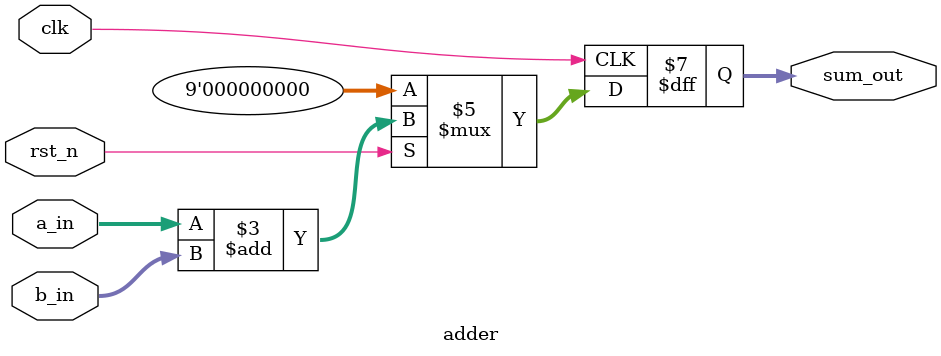
<source format=sv>
module adder (
	input clk,    // Clock
	input rst_n,  // Asynchronous reset active low
	input [7:0] a_in,
	input [7:0] b_in,
	output logic [8:0] sum_out
);

always_ff @(posedge clk) begin
	if(~rst_n) begin
		sum_out <= 0;
	end else begin
		sum_out <= a_in + b_in;
	end
end
endmodule : adder
</source>
